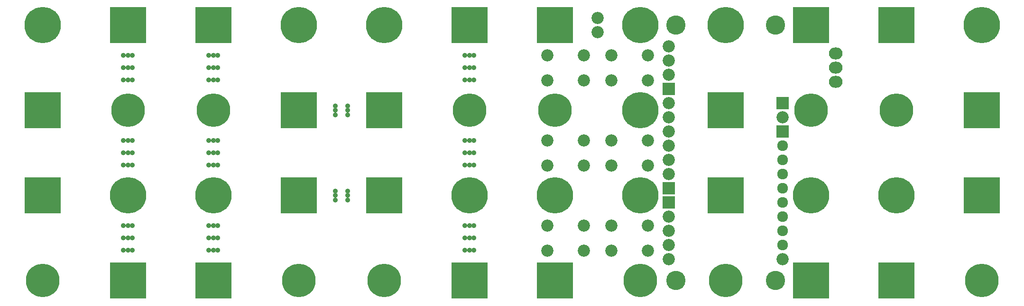
<source format=gbs>
%TF.GenerationSoftware,KiCad,Pcbnew,4.0.6-e0-6349~53~ubuntu16.04.1*%
%TF.CreationDate,2017-06-14T21:22:08+05:30*%
%TF.ProjectId,ultim_bus,756C74696D5F6275732E6B696361645F,rev?*%
%TF.FileFunction,Soldermask,Bot*%
%FSLAX46Y46*%
G04 Gerber Fmt 4.6, Leading zero omitted, Abs format (unit mm)*
G04 Created by KiCad (PCBNEW 4.0.6-e0-6349~53~ubuntu16.04.1) date Wed Jun 14 21:22:08 2017*
%MOMM*%
%LPD*%
G01*
G04 APERTURE LIST*
%ADD10C,0.101600*%
%ADD11C,2.178000*%
%ADD12C,0.900000*%
%ADD13C,6.496000*%
%ADD14R,6.496000X6.496000*%
%ADD15C,6.000000*%
%ADD16O,2.432000X2.127200*%
%ADD17R,2.178000X2.178000*%
%ADD18C,1.924000*%
%ADD19C,3.448000*%
G04 APERTURE END LIST*
D10*
D11*
X129615000Y-66330000D03*
X123115000Y-70830000D03*
X129615000Y-70830000D03*
X123115000Y-66330000D03*
D12*
X85260000Y-60960000D03*
X87460000Y-60960000D03*
X85260000Y-60160000D03*
X85260000Y-61760000D03*
X87460000Y-61760000D03*
X87460000Y-60160000D03*
D13*
X63500000Y-60960000D03*
X170180000Y-60960000D03*
X124460000Y-60960000D03*
X109220000Y-60960000D03*
X48260000Y-60960000D03*
X185420000Y-60960000D03*
D12*
X85260000Y-45720000D03*
X87460000Y-45720000D03*
X85260000Y-44920000D03*
X85260000Y-46520000D03*
X87460000Y-46520000D03*
X87460000Y-44920000D03*
D13*
X200660000Y-30480000D03*
X33020000Y-30480000D03*
X78740000Y-30480000D03*
X93980000Y-30480000D03*
X139700000Y-30480000D03*
X154940000Y-30480000D03*
D14*
X185420000Y-30480000D03*
X48260000Y-30480000D03*
X63500000Y-30480000D03*
X109220000Y-30480000D03*
X124460000Y-30480000D03*
X170180000Y-30480000D03*
X200660000Y-60960000D03*
X33020000Y-60960000D03*
X78740000Y-60960000D03*
X93980000Y-60960000D03*
D13*
X139700000Y-60960000D03*
D14*
X154940000Y-60960000D03*
D15*
X185420000Y-45720000D03*
D14*
X200660000Y-45720000D03*
X33020000Y-45720000D03*
D15*
X48260000Y-45720000D03*
X63500000Y-45720000D03*
D14*
X78740000Y-45720000D03*
X93980000Y-45720000D03*
D15*
X109220000Y-45720000D03*
X124460000Y-45720000D03*
D13*
X139700000Y-45720000D03*
D14*
X154940000Y-45720000D03*
D15*
X170180000Y-45720000D03*
D14*
X185420000Y-76200000D03*
D15*
X200660000Y-76200000D03*
X33020000Y-76200000D03*
D14*
X48260000Y-76200000D03*
X63500000Y-76200000D03*
D15*
X78740000Y-76200000D03*
X93980000Y-76200000D03*
D14*
X109220000Y-76200000D03*
X124460000Y-76200000D03*
D15*
X139700000Y-76200000D03*
X154940000Y-76200000D03*
D14*
X170180000Y-76200000D03*
D12*
X48260000Y-35900000D03*
X48260000Y-40300000D03*
X49060000Y-35900000D03*
X47460000Y-35900000D03*
X47460000Y-40300000D03*
X49060000Y-40300000D03*
X48260000Y-38100000D03*
X49060000Y-38100000D03*
X47460000Y-38100000D03*
X48260000Y-51140000D03*
X48260000Y-55540000D03*
X49060000Y-51140000D03*
X47460000Y-51140000D03*
X47460000Y-55540000D03*
X49060000Y-55540000D03*
X48260000Y-53340000D03*
X49060000Y-53340000D03*
X47460000Y-53340000D03*
X48260000Y-66380000D03*
X48260000Y-70780000D03*
X49060000Y-66380000D03*
X47460000Y-66380000D03*
X47460000Y-70780000D03*
X49060000Y-70780000D03*
X48260000Y-68580000D03*
X49060000Y-68580000D03*
X47460000Y-68580000D03*
D16*
X174625000Y-40640000D03*
X174625000Y-38100000D03*
X174625000Y-35560000D03*
D12*
X63500000Y-35900000D03*
X63500000Y-40300000D03*
X64300000Y-35900000D03*
X62700000Y-35900000D03*
X62700000Y-40300000D03*
X64300000Y-40300000D03*
X63500000Y-38100000D03*
X64300000Y-38100000D03*
X62700000Y-38100000D03*
X109220000Y-35900000D03*
X109220000Y-40300000D03*
X110020000Y-35900000D03*
X108420000Y-35900000D03*
X108420000Y-40300000D03*
X110020000Y-40300000D03*
X109220000Y-38100000D03*
X110020000Y-38100000D03*
X108420000Y-38100000D03*
X63500000Y-51140000D03*
X63500000Y-55540000D03*
X64300000Y-51140000D03*
X62700000Y-51140000D03*
X62700000Y-55540000D03*
X64300000Y-55540000D03*
X63500000Y-53340000D03*
X64300000Y-53340000D03*
X62700000Y-53340000D03*
X109220000Y-51140000D03*
X109220000Y-55540000D03*
X110020000Y-51140000D03*
X108420000Y-51140000D03*
X108420000Y-55540000D03*
X110020000Y-55540000D03*
X109220000Y-53340000D03*
X110020000Y-53340000D03*
X108420000Y-53340000D03*
X63500000Y-66380000D03*
X63500000Y-70780000D03*
X64300000Y-66380000D03*
X62700000Y-66380000D03*
X62700000Y-70780000D03*
X64300000Y-70780000D03*
X63500000Y-68580000D03*
X64300000Y-68580000D03*
X62700000Y-68580000D03*
X109220000Y-66380000D03*
X109220000Y-70780000D03*
X110020000Y-66380000D03*
X108420000Y-66380000D03*
X108420000Y-70780000D03*
X110020000Y-70780000D03*
X109220000Y-68580000D03*
X110020000Y-68580000D03*
X108420000Y-68580000D03*
D11*
X132080000Y-31710000D03*
X132080000Y-29210000D03*
D17*
X144780000Y-41910000D03*
X165100000Y-44450000D03*
X165100000Y-49530000D03*
X144780000Y-59690000D03*
X144780000Y-62230000D03*
D11*
X144780000Y-34290000D03*
X144780000Y-36830000D03*
X144780000Y-39370000D03*
X144780000Y-44450000D03*
X144780000Y-46990000D03*
X144780000Y-49530000D03*
X144780000Y-52070000D03*
X144780000Y-54610000D03*
X144780000Y-57150000D03*
X144780000Y-64770000D03*
X144780000Y-67310000D03*
X144780000Y-69850000D03*
X144780000Y-72390000D03*
X165100000Y-72390000D03*
D18*
X165100000Y-69850000D03*
X165100000Y-67310000D03*
X165100000Y-64770000D03*
X165100000Y-62230000D03*
X165100000Y-59690000D03*
X165100000Y-57150000D03*
X165100000Y-54610000D03*
X165100000Y-52070000D03*
D11*
X165100000Y-46990000D03*
D19*
X146050000Y-30480000D03*
X146050000Y-76200000D03*
X163830000Y-76200000D03*
X163830000Y-30480000D03*
D11*
X134545000Y-40350000D03*
X141045000Y-35850000D03*
X134545000Y-35850000D03*
X141045000Y-40350000D03*
X123115000Y-40350000D03*
X129615000Y-35850000D03*
X123115000Y-35850000D03*
X129615000Y-40350000D03*
X134545000Y-55590000D03*
X141045000Y-51090000D03*
X134545000Y-51090000D03*
X141045000Y-55590000D03*
X123115000Y-55590000D03*
X129615000Y-51090000D03*
X123115000Y-51090000D03*
X129615000Y-55590000D03*
X141045000Y-66330000D03*
X134545000Y-70830000D03*
X141045000Y-70830000D03*
X134545000Y-66330000D03*
M02*

</source>
